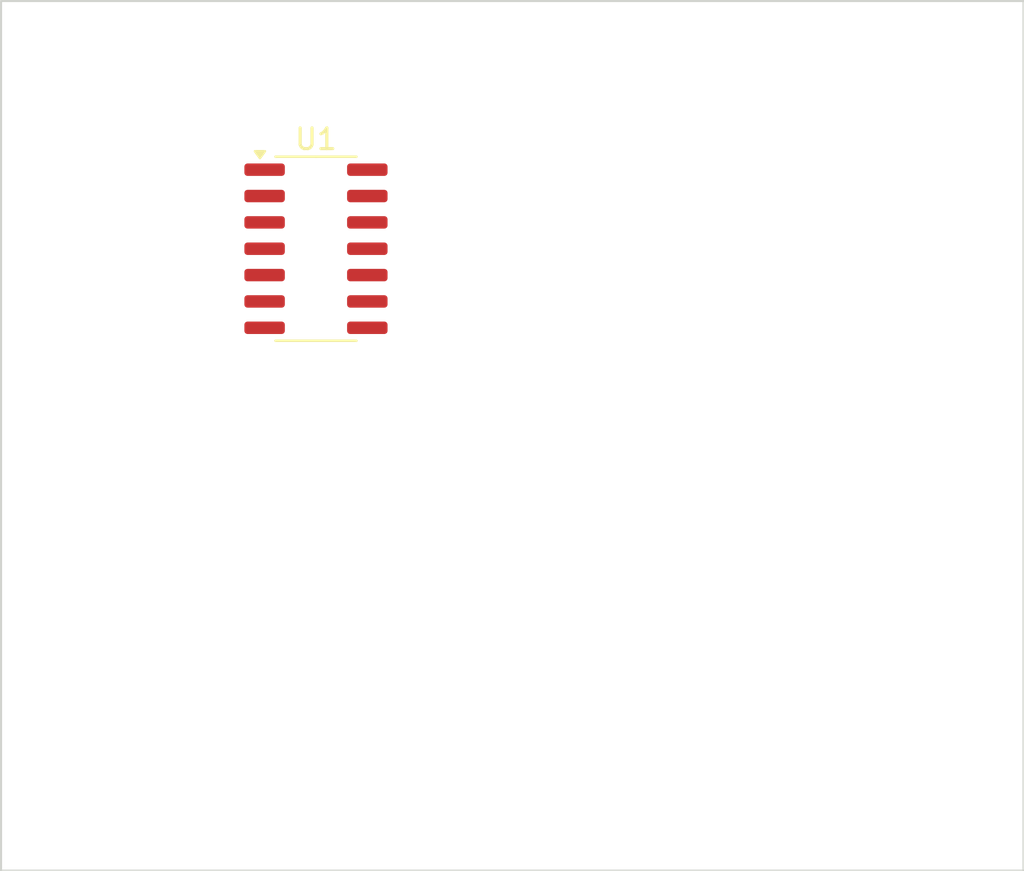
<source format=kicad_pcb>
(kicad_pcb (version 20221018) (generator pcbnew)
  (layers (0 "F.Cu" signal) (31 "B.Cu" signal) (34 "B.Paste" user) (35 "F.Paste" user) (36 "B.SilkS" user "B.Silkscreen") (37 "F.SilkS" user "F.Silkscreen") (38 "B.Mask" user) (39 "F.Mask" user) (44 "Edge.Cuts" user))
  (net 0 "")
  (net 4 "Net-(U1-Q4)")
  (footprint "Package_SO:SOIC-14_3.9x8.7mm_P1.27mm" (layer "F.Cu") (at 128.335 83.947)
    (fp_text reference "U1" (at 0 -5.28) (layer "F.SilkS"))
    (fp_text value "74HC4024")
    (fp_line (start 0 -4.435) (end -1.95 -4.435) (stroke (width 0.12)) (layer "F.SilkS"))
    (fp_line (start 0 -4.435) (end 1.95 -4.435) (stroke (width 0.12)) (layer "F.SilkS"))
    (fp_line (start 0 4.435) (end -1.95 4.435) (stroke (width 0.12)) (layer "F.SilkS"))
    (fp_line (start 0 4.435) (end 1.95 4.435) (stroke (width 0.12)) (layer "F.SilkS"))
    (fp_poly (pts (xy -2.7 -4.37) (xy -2.94 -4.7) (xy -2.46 -4.7) (xy -2.7 -4.37)) (stroke (width 0.12)) (fill solid) (layer "F.SilkS"))
    (pad "1" smd roundrect (at -2.475 -3.81) (size 1.95 0.6) (layers "F.Cu" "F.Paste" "F.Mask"))
    (pad "2" smd roundrect (at -2.475 -2.54) (size 1.95 0.6) (layers "F.Cu" "F.Paste" "F.Mask"))
    (pad "3" smd roundrect (at -2.475 -1.27) (size 1.95 0.6) (layers "F.Cu" "F.Paste" "F.Mask"))
    (pad "4" smd roundrect (at -2.475 0) (size 1.95 0.6) (layers "F.Cu" "F.Paste" "F.Mask") (net 4 "Net-(U1-Q4)"))
    (pad "5" smd roundrect (at -2.475 1.27) (size 1.95 0.6) (layers "F.Cu" "F.Paste" "F.Mask") (net 4 "Net-(U1-Q4)"))
    (pad "6" smd roundrect (at -2.475 2.54) (size 1.95 0.6) (layers "F.Cu" "F.Paste" "F.Mask"))
    (pad "7" smd roundrect (at -2.475 3.81) (size 1.95 0.6) (layers "F.Cu" "F.Paste" "F.Mask"))
    (pad "8" smd roundrect (at 2.475 3.81) (size 1.95 0.6) (layers "F.Cu" "F.Paste" "F.Mask"))
    (pad "9" smd roundrect (at 2.475 2.54) (size 1.95 0.6) (layers "F.Cu" "F.Paste" "F.Mask"))
    (pad "10" smd roundrect (at 2.475 1.27) (size 1.95 0.6) (layers "F.Cu" "F.Paste" "F.Mask"))
    (pad "11" smd roundrect (at 2.475 0) (size 1.95 0.6) (layers "F.Cu" "F.Paste" "F.Mask"))
    (pad "12" smd roundrect (at 2.475 -1.27) (size 1.95 0.6) (layers "F.Cu" "F.Paste" "F.Mask"))
    (pad "13" smd roundrect (at 2.475 -2.54) (size 1.95 0.6) (layers "F.Cu" "F.Paste" "F.Mask"))
    (pad "14" smd roundrect (at 2.475 -3.81) (size 1.95 0.6) (layers "F.Cu" "F.Paste" "F.Mask"))
  )
  (gr_rect (start 113.157 72.009) (end 162.433 113.919) (stroke (width 0.1)) (fill none) (layer "Edge.Cuts"))
)
</source>
